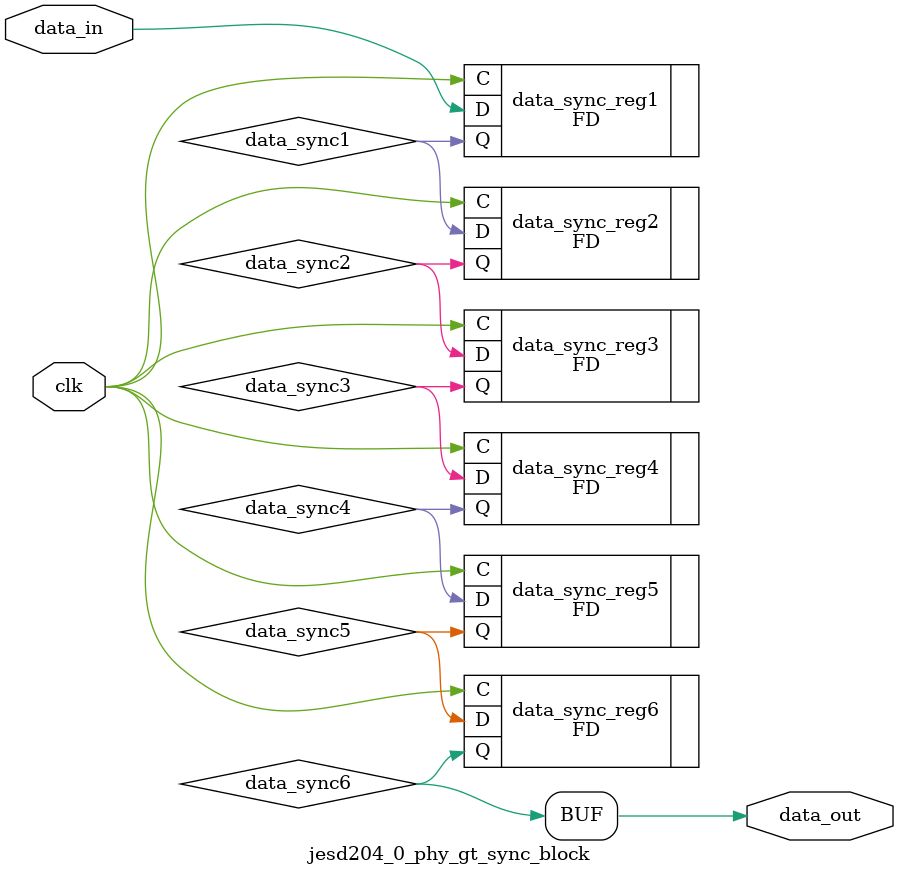
<source format=v>




`timescale 1ps / 1ps

//(* dont_touch = "yes" *)
module jesd204_0_phy_gt_sync_block #(
  parameter INITIALISE = 6'b000000
)
(
  input        clk,              // clock to be sync'ed to
  input        data_in,          // Data to be 'synced'
  output       data_out          // synced data
);

  // Internal Signals
  wire data_sync1;
  wire data_sync2;
  wire data_sync3;
  wire data_sync4;
  wire data_sync5;
  wire data_sync6;


  (* shreg_extract = "no", ASYNC_REG = "TRUE" *)
  FD #(
    .INIT (INITIALISE[0])
  ) data_sync_reg1 (
    .C  (clk),
    .D  (data_in),
    .Q  (data_sync1)
  );


  (* shreg_extract = "no", ASYNC_REG = "TRUE" *)
  FD #(
   .INIT (INITIALISE[1])
  ) data_sync_reg2 (
  .C  (clk),
  .D  (data_sync1),
  .Q  (data_sync2)
  );


  (* shreg_extract = "no", ASYNC_REG = "TRUE" *)
  FD #(
   .INIT (INITIALISE[2])
  ) data_sync_reg3 (
  .C  (clk),
  .D  (data_sync2),
  .Q  (data_sync3)
  );

  (* shreg_extract = "no", ASYNC_REG = "TRUE" *)
  FD #(
   .INIT (INITIALISE[3])
  ) data_sync_reg4 (
  .C  (clk),
  .D  (data_sync3),
  .Q  (data_sync4)
  );

  (* shreg_extract = "no", ASYNC_REG = "TRUE" *)
  FD #(
   .INIT (INITIALISE[4])
  ) data_sync_reg5 (
  .C  (clk),
  .D  (data_sync4),
  .Q  (data_sync5)
  );

  (* shreg_extract = "no", ASYNC_REG = "TRUE" *)
  FD #(
   .INIT (INITIALISE[5])
  ) data_sync_reg6 (
  .C  (clk),
  .D  (data_sync5),
  .Q  (data_sync6)
  );
  assign data_out = data_sync6;



endmodule

</source>
